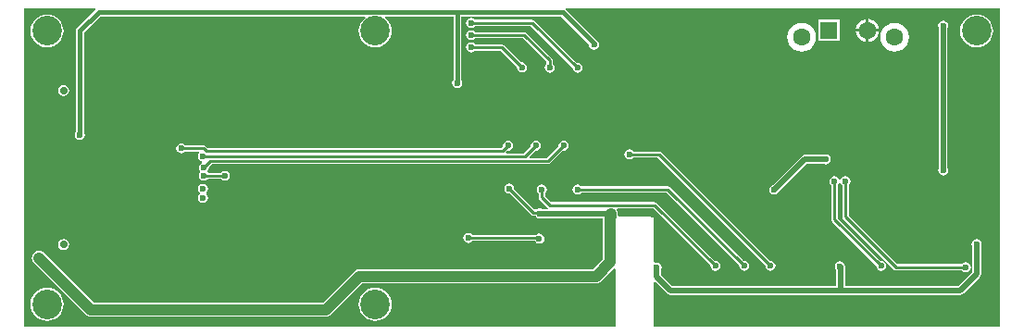
<source format=gbl>
G04*
G04 #@! TF.GenerationSoftware,Altium Limited,Altium Designer,19.0.10 (269)*
G04*
G04 Layer_Physical_Order=2*
G04 Layer_Color=16711680*
%FSLAX25Y25*%
%MOIN*%
G70*
G01*
G75*
%ADD12C,0.01968*%
%ADD16C,0.01000*%
%ADD57C,0.03937*%
%ADD58C,0.01575*%
%ADD60C,0.06299*%
%ADD61R,0.06299X0.06299*%
%ADD62C,0.10630*%
%ADD63C,0.02756*%
%ADD64C,0.02362*%
G36*
X352699Y1631D02*
X228346D01*
Y17732D01*
X228808Y17923D01*
X233110Y13622D01*
X233634Y13271D01*
X234252Y13149D01*
X338583D01*
X339201Y13271D01*
X339725Y13622D01*
X345630Y19527D01*
X345981Y20051D01*
X346104Y20669D01*
Y30708D01*
X346166Y30801D01*
X346304Y31496D01*
X346166Y32191D01*
X345772Y32780D01*
X345183Y33174D01*
X344488Y33312D01*
X343793Y33174D01*
X343204Y32780D01*
X342810Y32191D01*
X342672Y31496D01*
X342810Y30801D01*
X342873Y30708D01*
Y21338D01*
X337914Y16379D01*
X297151D01*
Y23279D01*
X297029Y23897D01*
X297017Y23914D01*
X296953Y24235D01*
X296560Y24824D01*
X295971Y25217D01*
X295276Y25356D01*
X294581Y25217D01*
X293991Y24824D01*
X293598Y24235D01*
X293460Y23540D01*
X293598Y22845D01*
X293921Y22361D01*
Y16379D01*
X234921D01*
X230946Y20354D01*
Y22200D01*
X231009Y22294D01*
X231147Y22988D01*
X231009Y23683D01*
X230615Y24273D01*
X230026Y24666D01*
X229331Y24804D01*
X228847Y24708D01*
X228346Y25028D01*
Y40966D01*
X227471Y40958D01*
X227002Y41271D01*
X226378Y41395D01*
X216142Y41395D01*
X215831Y41333D01*
X215784Y41341D01*
X215338Y41706D01*
Y42435D01*
X215250Y43105D01*
X214991Y43730D01*
X214874Y43882D01*
X215121Y44382D01*
X228020D01*
X248588Y23814D01*
X248550Y23622D01*
X248688Y22927D01*
X249082Y22338D01*
X249671Y21944D01*
X250366Y21806D01*
X251061Y21944D01*
X251650Y22338D01*
X252044Y22927D01*
X252182Y23622D01*
X252044Y24317D01*
X251650Y24906D01*
X251061Y25300D01*
X250366Y25438D01*
X250174Y25400D01*
X229278Y46296D01*
X228914Y46539D01*
X228485Y46625D01*
X228485Y46625D01*
X191182D01*
X189081Y48725D01*
Y49821D01*
X189244Y49929D01*
X189637Y50519D01*
X189776Y51214D01*
X189637Y51908D01*
X189244Y52498D01*
X188655Y52891D01*
X187960Y53029D01*
X187265Y52891D01*
X186676Y52498D01*
X186282Y51908D01*
X186144Y51214D01*
X186282Y50519D01*
X186676Y49929D01*
X186838Y49821D01*
Y48261D01*
X186838Y48261D01*
X186924Y47831D01*
X187167Y47468D01*
X189924Y44710D01*
X189924Y44710D01*
X190164Y44550D01*
X190017Y44050D01*
X188280D01*
X187963Y44261D01*
X187268Y44399D01*
X186574Y44261D01*
X186131Y43966D01*
X185277D01*
X177959Y51284D01*
X177997Y51475D01*
X177859Y52170D01*
X177465Y52759D01*
X176876Y53153D01*
X176181Y53291D01*
X175486Y53153D01*
X174897Y52759D01*
X174503Y52170D01*
X174365Y51475D01*
X174503Y50780D01*
X174897Y50191D01*
X175486Y49798D01*
X176181Y49659D01*
X176373Y49698D01*
X184019Y42051D01*
X184019Y42051D01*
X184383Y41808D01*
X184812Y41723D01*
X185702D01*
X185984Y41299D01*
X186574Y40906D01*
X187268Y40767D01*
X187530Y40819D01*
X209982D01*
Y26048D01*
X206407Y22472D01*
X122244D01*
X121573Y22384D01*
X120949Y22125D01*
X120412Y21714D01*
X109163Y10465D01*
X26664D01*
X8722Y28407D01*
X8185Y28818D01*
X7560Y29077D01*
X6890Y29166D01*
X6219Y29077D01*
X5594Y28818D01*
X5058Y28407D01*
X4646Y27870D01*
X4387Y27245D01*
X4299Y26575D01*
X4387Y25904D01*
X4646Y25280D01*
X5058Y24743D01*
X23759Y6042D01*
X24295Y5630D01*
X24920Y5372D01*
X25591Y5283D01*
X110236D01*
X110907Y5372D01*
X111531Y5630D01*
X112068Y6042D01*
X123317Y17291D01*
X207480D01*
X208151Y17379D01*
X208776Y17638D01*
X209312Y18050D01*
X214010Y22748D01*
X214510Y22541D01*
X214510Y1631D01*
X1631D01*
Y116479D01*
X27217D01*
X27369Y115979D01*
X27356Y115970D01*
X20653Y109268D01*
X20347Y108809D01*
X20239Y108268D01*
Y71955D01*
X19976Y71561D01*
X19838Y70866D01*
X19976Y70171D01*
X20369Y69582D01*
X20959Y69188D01*
X21654Y69050D01*
X22348Y69188D01*
X22938Y69582D01*
X23331Y70171D01*
X23470Y70866D01*
X23331Y71561D01*
X23068Y71955D01*
Y107682D01*
X28942Y113556D01*
X124284D01*
X124463Y113056D01*
X123750Y112470D01*
X123011Y111570D01*
X122462Y110542D01*
X122123Y109427D01*
X122009Y108268D01*
X122123Y107108D01*
X122462Y105993D01*
X123011Y104966D01*
X123750Y104065D01*
X124651Y103326D01*
X125678Y102777D01*
X126793Y102438D01*
X127953Y102324D01*
X129112Y102438D01*
X130227Y102777D01*
X131255Y103326D01*
X132156Y104065D01*
X132895Y104966D01*
X133444Y105993D01*
X133782Y107108D01*
X133896Y108268D01*
X133782Y109427D01*
X133444Y110542D01*
X132895Y111570D01*
X132156Y112470D01*
X131443Y113056D01*
X131622Y113556D01*
X156066D01*
Y90656D01*
X155803Y90262D01*
X155664Y89567D01*
X155803Y88872D01*
X156196Y88283D01*
X156785Y87889D01*
X157480Y87751D01*
X158175Y87889D01*
X158764Y88283D01*
X159158Y88872D01*
X159296Y89567D01*
X159158Y90262D01*
X158895Y90656D01*
Y113556D01*
X194852D01*
X204907Y103500D01*
X204877Y103347D01*
X205015Y102652D01*
X205409Y102062D01*
X205998Y101669D01*
X206693Y101531D01*
X207388Y101669D01*
X207977Y102062D01*
X208371Y102652D01*
X208509Y103347D01*
X208371Y104041D01*
X207977Y104631D01*
X207388Y105024D01*
X207383Y105025D01*
X196438Y115970D01*
X196425Y115979D01*
X196577Y116479D01*
X352699D01*
Y1631D01*
D02*
G37*
%LPC*%
G36*
X305618Y112664D02*
Y109044D01*
X309238D01*
X309161Y109627D01*
X308743Y110637D01*
X308078Y111504D01*
X307211Y112169D01*
X306201Y112587D01*
X305618Y112664D01*
D02*
G37*
G36*
X304618D02*
X304035Y112587D01*
X303025Y112169D01*
X302159Y111504D01*
X301493Y110637D01*
X301075Y109627D01*
X300998Y109044D01*
X304618D01*
Y112664D01*
D02*
G37*
G36*
X295088Y112294D02*
X287589D01*
Y104795D01*
X295088D01*
Y112294D01*
D02*
G37*
G36*
X309238Y108044D02*
X305618D01*
Y104425D01*
X306201Y104501D01*
X307211Y104919D01*
X308078Y105585D01*
X308743Y106451D01*
X309161Y107461D01*
X309238Y108044D01*
D02*
G37*
G36*
X304618D02*
X300998D01*
X301075Y107461D01*
X301493Y106451D01*
X302159Y105585D01*
X303025Y104919D01*
X304035Y104501D01*
X304618Y104425D01*
Y108044D01*
D02*
G37*
G36*
X344488Y114211D02*
X343329Y114097D01*
X342214Y113759D01*
X341186Y113210D01*
X340285Y112470D01*
X339546Y111570D01*
X338997Y110542D01*
X338659Y109427D01*
X338545Y108268D01*
X338659Y107108D01*
X338997Y105993D01*
X339546Y104966D01*
X340285Y104065D01*
X341186Y103326D01*
X342214Y102777D01*
X343329Y102438D01*
X344488Y102324D01*
X345648Y102438D01*
X346763Y102777D01*
X347790Y103326D01*
X348691Y104065D01*
X349430Y104966D01*
X349979Y105993D01*
X350318Y107108D01*
X350432Y108268D01*
X350318Y109427D01*
X349979Y110542D01*
X349430Y111570D01*
X348691Y112470D01*
X347790Y113210D01*
X346763Y113759D01*
X345648Y114097D01*
X344488Y114211D01*
D02*
G37*
G36*
X9843Y114211D02*
X8683Y114097D01*
X7568Y113759D01*
X6540Y113210D01*
X5640Y112470D01*
X4901Y111570D01*
X4351Y110542D01*
X4013Y109427D01*
X3899Y108268D01*
X4013Y107108D01*
X4351Y105993D01*
X4901Y104966D01*
X5640Y104065D01*
X6540Y103326D01*
X7568Y102777D01*
X8683Y102438D01*
X9843Y102324D01*
X11002Y102438D01*
X12117Y102777D01*
X13145Y103326D01*
X14045Y104065D01*
X14784Y104966D01*
X15334Y105993D01*
X15672Y107108D01*
X15786Y108268D01*
X15672Y109427D01*
X15334Y110542D01*
X14784Y111570D01*
X14045Y112470D01*
X13145Y113210D01*
X12117Y113759D01*
X11002Y114097D01*
X9843Y114211D01*
D02*
G37*
G36*
X314961Y111236D02*
X313622Y111059D01*
X312375Y110543D01*
X311304Y109721D01*
X310482Y108650D01*
X309965Y107402D01*
X309789Y106064D01*
X309965Y104725D01*
X310482Y103478D01*
X311304Y102407D01*
X312375Y101585D01*
X313622Y101068D01*
X314961Y100892D01*
X316299Y101068D01*
X317547Y101585D01*
X318618Y102407D01*
X319440Y103478D01*
X319956Y104725D01*
X320132Y106064D01*
X319956Y107402D01*
X319440Y108650D01*
X318618Y109721D01*
X317547Y110543D01*
X316299Y111059D01*
X314961Y111236D01*
D02*
G37*
G36*
X281496D02*
X280157Y111059D01*
X278910Y110543D01*
X277839Y109721D01*
X277017Y108650D01*
X276501Y107402D01*
X276324Y106064D01*
X276501Y104725D01*
X277017Y103478D01*
X277839Y102407D01*
X278910Y101585D01*
X280157Y101068D01*
X281496Y100892D01*
X282835Y101068D01*
X284082Y101585D01*
X285153Y102407D01*
X285975Y103478D01*
X286492Y104725D01*
X286668Y106064D01*
X286492Y107402D01*
X285975Y108650D01*
X285153Y109721D01*
X284082Y110543D01*
X282835Y111059D01*
X281496Y111236D01*
D02*
G37*
G36*
X162402Y104178D02*
X161707Y104040D01*
X161117Y103646D01*
X160724Y103057D01*
X160586Y102362D01*
X160724Y101667D01*
X161117Y101078D01*
X161707Y100684D01*
X162402Y100546D01*
X163096Y100684D01*
X163686Y101078D01*
X163794Y101241D01*
X173071D01*
X178942Y95369D01*
X178904Y95178D01*
X179042Y94483D01*
X179436Y93893D01*
X180025Y93500D01*
X180720Y93362D01*
X181415Y93500D01*
X182004Y93893D01*
X182397Y94483D01*
X182536Y95178D01*
X182397Y95873D01*
X182004Y96462D01*
X181415Y96855D01*
X180720Y96994D01*
X180528Y96956D01*
X174328Y103155D01*
X173964Y103398D01*
X173535Y103484D01*
X173535Y103484D01*
X163794D01*
X163686Y103646D01*
X163096Y104040D01*
X162402Y104178D01*
D02*
G37*
G36*
Y113037D02*
X161707Y112898D01*
X161117Y112505D01*
X160724Y111915D01*
X160586Y111221D01*
X160724Y110526D01*
X161117Y109936D01*
X161707Y109543D01*
X162402Y109405D01*
X163096Y109543D01*
X163686Y109936D01*
X163794Y110099D01*
X184016D01*
X198942Y95173D01*
X198904Y94981D01*
X199042Y94286D01*
X199436Y93697D01*
X200025Y93303D01*
X200720Y93165D01*
X201415Y93303D01*
X202004Y93697D01*
X202397Y94286D01*
X202536Y94981D01*
X202397Y95676D01*
X202004Y96265D01*
X201415Y96659D01*
X200720Y96797D01*
X200528Y96759D01*
X185273Y112013D01*
X184909Y112257D01*
X184480Y112342D01*
X184480Y112342D01*
X163794D01*
X163686Y112505D01*
X163096Y112898D01*
X162402Y113037D01*
D02*
G37*
G36*
Y108588D02*
X161707Y108449D01*
X161117Y108056D01*
X160724Y107467D01*
X160586Y106772D01*
X160724Y106077D01*
X161117Y105488D01*
X161707Y105094D01*
X162402Y104956D01*
X163096Y105094D01*
X163686Y105488D01*
X163794Y105650D01*
X181158D01*
X189598Y97209D01*
Y96373D01*
X189436Y96265D01*
X189042Y95676D01*
X188904Y94981D01*
X189042Y94286D01*
X189436Y93697D01*
X190025Y93303D01*
X190720Y93165D01*
X191415Y93303D01*
X192004Y93697D01*
X192397Y94286D01*
X192536Y94981D01*
X192397Y95676D01*
X192004Y96265D01*
X191841Y96373D01*
Y97674D01*
X191841Y97674D01*
X191756Y98103D01*
X191513Y98467D01*
X182415Y107565D01*
X182051Y107808D01*
X181622Y107893D01*
X181622Y107893D01*
X163794D01*
X163686Y108056D01*
X163096Y108449D01*
X162402Y108588D01*
D02*
G37*
G36*
X15748Y88828D02*
X14976Y88674D01*
X14322Y88237D01*
X13885Y87583D01*
X13731Y86811D01*
X13885Y86039D01*
X14322Y85385D01*
X14976Y84948D01*
X15748Y84794D01*
X16520Y84948D01*
X17174Y85385D01*
X17611Y86039D01*
X17765Y86811D01*
X17611Y87583D01*
X17174Y88237D01*
X16520Y88674D01*
X15748Y88828D01*
D02*
G37*
G36*
X195720Y68745D02*
X195025Y68607D01*
X194436Y68213D01*
X194042Y67624D01*
X193904Y66929D01*
X193942Y66737D01*
X189718Y62514D01*
X183544D01*
X183352Y62976D01*
X185528Y65151D01*
X185720Y65113D01*
X186415Y65251D01*
X187004Y65645D01*
X187398Y66234D01*
X187536Y66929D01*
X187398Y67624D01*
X187004Y68213D01*
X186415Y68607D01*
X185720Y68745D01*
X185025Y68607D01*
X184436Y68213D01*
X184042Y67624D01*
X183904Y66929D01*
X183942Y66737D01*
X181318Y64114D01*
X175198D01*
X174990Y64614D01*
X175528Y65151D01*
X175720Y65113D01*
X176415Y65251D01*
X177004Y65645D01*
X177398Y66234D01*
X177536Y66929D01*
X177398Y67624D01*
X177004Y68213D01*
X176415Y68607D01*
X175720Y68745D01*
X175025Y68607D01*
X174436Y68213D01*
X174042Y67624D01*
X173904Y66929D01*
X173942Y66737D01*
X173287Y66082D01*
X67667D01*
X67011Y66738D01*
X66647Y66981D01*
X66218Y67066D01*
X66218Y67066D01*
X59464D01*
X59355Y67229D01*
X58766Y67623D01*
X58071Y67761D01*
X57376Y67623D01*
X56787Y67229D01*
X56393Y66640D01*
X56255Y65945D01*
X56393Y65250D01*
X56787Y64661D01*
X57376Y64267D01*
X58071Y64129D01*
X58766Y64267D01*
X59355Y64661D01*
X59464Y64823D01*
X64580D01*
X64731Y64323D01*
X64661Y64276D01*
X64267Y63687D01*
X64129Y62992D01*
X64267Y62297D01*
X64661Y61708D01*
X65250Y61314D01*
X65521Y61260D01*
X65589Y60917D01*
X65574Y60740D01*
X65030Y60377D01*
X64636Y59787D01*
X64498Y59092D01*
X64636Y58398D01*
X64947Y57932D01*
X64998Y57597D01*
X64947Y57262D01*
X64636Y56797D01*
X64498Y56102D01*
X64636Y55407D01*
X65030Y54818D01*
X65619Y54425D01*
X66314Y54286D01*
X67009Y54425D01*
X67598Y54818D01*
X67707Y54981D01*
X72426D01*
X72535Y54818D01*
X73124Y54425D01*
X73819Y54286D01*
X74514Y54425D01*
X75103Y54818D01*
X75497Y55407D01*
X75635Y56102D01*
X75497Y56797D01*
X75103Y57386D01*
X74514Y57780D01*
X73819Y57918D01*
X73124Y57780D01*
X72535Y57386D01*
X72426Y57224D01*
X67944D01*
X67645Y57699D01*
X67681Y57932D01*
X67992Y58398D01*
X68130Y59092D01*
X68092Y59284D01*
X69078Y60271D01*
X190183D01*
X190183Y60271D01*
X190612Y60356D01*
X190976Y60599D01*
X195528Y65151D01*
X195720Y65113D01*
X196415Y65251D01*
X197004Y65645D01*
X197397Y66234D01*
X197536Y66929D01*
X197397Y67624D01*
X197004Y68213D01*
X196415Y68607D01*
X195720Y68745D01*
D02*
G37*
G36*
X290158Y63871D02*
X289462Y63733D01*
X289369Y63670D01*
X282584D01*
X281966Y63547D01*
X281442Y63197D01*
X271069Y52824D01*
X270959Y52802D01*
X270369Y52408D01*
X269976Y51819D01*
X269838Y51124D01*
X269976Y50429D01*
X270369Y49840D01*
X270959Y49446D01*
X271654Y49308D01*
X272348Y49446D01*
X272938Y49840D01*
X273331Y50429D01*
X273353Y50540D01*
X283254Y60440D01*
X289369D01*
X289462Y60377D01*
X290158Y60239D01*
X290852Y60377D01*
X291442Y60771D01*
X291835Y61360D01*
X291973Y62055D01*
X291835Y62750D01*
X291442Y63339D01*
X290852Y63733D01*
X290158Y63871D01*
D02*
G37*
G36*
X332382Y112052D02*
X331687Y111914D01*
X331098Y111520D01*
X330704Y110931D01*
X330566Y110236D01*
X330704Y109541D01*
X330767Y109448D01*
Y58859D01*
X330704Y58766D01*
X330566Y58071D01*
X330704Y57376D01*
X331098Y56787D01*
X331687Y56393D01*
X332382Y56255D01*
X333077Y56393D01*
X333666Y56787D01*
X334060Y57376D01*
X334198Y58071D01*
X334060Y58766D01*
X333997Y58859D01*
Y109448D01*
X334060Y109541D01*
X334198Y110236D01*
X334060Y110931D01*
X333666Y111520D01*
X333077Y111914D01*
X332382Y112052D01*
D02*
G37*
G36*
X297244Y55950D02*
X296549Y55812D01*
X295960Y55418D01*
X295566Y54829D01*
X295531Y54649D01*
X295021D01*
X294985Y54829D01*
X294591Y55418D01*
X294002Y55812D01*
X293307Y55950D01*
X292612Y55812D01*
X292023Y55418D01*
X291629Y54829D01*
X291491Y54134D01*
X291629Y53439D01*
X292023Y52850D01*
X292185Y52741D01*
Y40354D01*
X292185Y40354D01*
X292271Y39925D01*
X292514Y39561D01*
X308261Y23814D01*
X308223Y23622D01*
X308362Y22927D01*
X308755Y22338D01*
X309344Y21944D01*
X310039Y21806D01*
X310734Y21944D01*
X311323Y22338D01*
X311717Y22927D01*
X311855Y23622D01*
X311717Y24317D01*
X311323Y24906D01*
X310734Y25300D01*
X310039Y25438D01*
X309848Y25400D01*
X294429Y40819D01*
Y52741D01*
X294591Y52850D01*
X294985Y53439D01*
X295021Y53619D01*
X295531D01*
X295566Y53439D01*
X295960Y52850D01*
X296123Y52741D01*
Y41339D01*
X296123Y41339D01*
X296208Y40909D01*
X296451Y40545D01*
X314604Y22392D01*
X314968Y22149D01*
X315397Y22064D01*
X315397Y22064D01*
X339159D01*
X339267Y21901D01*
X339856Y21508D01*
X340551Y21369D01*
X341246Y21508D01*
X341835Y21901D01*
X342229Y22490D01*
X342367Y23185D01*
X342229Y23880D01*
X341835Y24469D01*
X341246Y24863D01*
X340551Y25001D01*
X339856Y24863D01*
X339267Y24469D01*
X339159Y24307D01*
X315862D01*
X298366Y41803D01*
Y52741D01*
X298528Y52850D01*
X298922Y53439D01*
X299060Y54134D01*
X298922Y54829D01*
X298528Y55418D01*
X297939Y55812D01*
X297244Y55950D01*
D02*
G37*
G36*
X65875Y53201D02*
X65180Y53063D01*
X64591Y52669D01*
X64198Y52080D01*
X64059Y51385D01*
X64198Y50690D01*
X64591Y50101D01*
X64692Y50033D01*
Y49630D01*
X64633Y49471D01*
X64267Y48923D01*
X64129Y48228D01*
X64267Y47533D01*
X64661Y46944D01*
X65250Y46551D01*
X65945Y46412D01*
X66640Y46551D01*
X67229Y46944D01*
X67623Y47533D01*
X67761Y48228D01*
X67623Y48923D01*
X67229Y49512D01*
X67128Y49580D01*
Y49983D01*
X67187Y50142D01*
X67553Y50690D01*
X67691Y51385D01*
X67553Y52080D01*
X67159Y52669D01*
X66570Y53063D01*
X65875Y53201D01*
D02*
G37*
G36*
X161417Y35477D02*
X160722Y35339D01*
X160133Y34945D01*
X159740Y34356D01*
X159601Y33661D01*
X159740Y32967D01*
X160133Y32377D01*
X160722Y31984D01*
X161417Y31845D01*
X162112Y31984D01*
X162701Y32377D01*
X162887Y32656D01*
X185406D01*
X185724Y32181D01*
X186313Y31787D01*
X187008Y31649D01*
X187703Y31787D01*
X188292Y32181D01*
X188686Y32770D01*
X188824Y33465D01*
X188686Y34159D01*
X188292Y34749D01*
X187703Y35142D01*
X187008Y35281D01*
X186313Y35142D01*
X185948Y34899D01*
X162733D01*
X162701Y34945D01*
X162112Y35339D01*
X161417Y35477D01*
D02*
G37*
G36*
X15748Y33316D02*
X14976Y33162D01*
X14322Y32725D01*
X13885Y32071D01*
X13731Y31299D01*
X13885Y30527D01*
X14322Y29873D01*
X14976Y29436D01*
X15748Y29283D01*
X16520Y29436D01*
X17174Y29873D01*
X17611Y30527D01*
X17765Y31299D01*
X17611Y32071D01*
X17174Y32725D01*
X16520Y33162D01*
X15748Y33316D01*
D02*
G37*
G36*
X219488Y65615D02*
X218793Y65477D01*
X218204Y65083D01*
X217810Y64494D01*
X217672Y63799D01*
X217810Y63104D01*
X218204Y62515D01*
X218793Y62121D01*
X219488Y61983D01*
X220183Y62121D01*
X220772Y62515D01*
X220881Y62678D01*
X229670D01*
X268533Y23814D01*
X268495Y23622D01*
X268634Y22927D01*
X269027Y22338D01*
X269616Y21944D01*
X270311Y21806D01*
X271006Y21944D01*
X271595Y22338D01*
X271989Y22927D01*
X272127Y23622D01*
X271989Y24317D01*
X271595Y24906D01*
X271006Y25300D01*
X270311Y25438D01*
X270120Y25400D01*
X230927Y64592D01*
X230563Y64835D01*
X230134Y64921D01*
X230134Y64921D01*
X220881D01*
X220772Y65083D01*
X220183Y65477D01*
X219488Y65615D01*
D02*
G37*
G36*
X200720Y52997D02*
X200025Y52859D01*
X199436Y52465D01*
X199042Y51876D01*
X198904Y51181D01*
X199042Y50486D01*
X199436Y49897D01*
X200025Y49503D01*
X200720Y49365D01*
X201415Y49503D01*
X202004Y49897D01*
X202113Y50060D01*
X232803D01*
X259049Y23814D01*
X259011Y23622D01*
X259149Y22927D01*
X259543Y22338D01*
X260132Y21944D01*
X260827Y21806D01*
X261522Y21944D01*
X262111Y22338D01*
X262505Y22927D01*
X262643Y23622D01*
X262505Y24317D01*
X262111Y24906D01*
X261522Y25300D01*
X260827Y25438D01*
X260635Y25400D01*
X234061Y51974D01*
X233697Y52217D01*
X233268Y52303D01*
X233268Y52303D01*
X202113D01*
X202004Y52465D01*
X201415Y52859D01*
X200720Y52997D01*
D02*
G37*
G36*
X127953Y15786D02*
X126793Y15672D01*
X125678Y15334D01*
X124651Y14784D01*
X123750Y14045D01*
X123011Y13145D01*
X122462Y12117D01*
X122123Y11002D01*
X122009Y9843D01*
X122123Y8683D01*
X122462Y7568D01*
X123011Y6540D01*
X123750Y5640D01*
X124651Y4901D01*
X125678Y4351D01*
X126793Y4013D01*
X127953Y3899D01*
X129112Y4013D01*
X130227Y4351D01*
X131255Y4901D01*
X132156Y5640D01*
X132895Y6540D01*
X133444Y7568D01*
X133782Y8683D01*
X133896Y9843D01*
X133782Y11002D01*
X133444Y12117D01*
X132895Y13145D01*
X132156Y14045D01*
X131255Y14784D01*
X130227Y15334D01*
X129112Y15672D01*
X127953Y15786D01*
D02*
G37*
G36*
X9843D02*
X8683Y15672D01*
X7568Y15334D01*
X6540Y14784D01*
X5640Y14045D01*
X4901Y13145D01*
X4351Y12117D01*
X4013Y11002D01*
X3899Y9843D01*
X4013Y8683D01*
X4351Y7568D01*
X4901Y6540D01*
X5640Y5640D01*
X6540Y4901D01*
X7568Y4351D01*
X8683Y4013D01*
X9843Y3899D01*
X11002Y4013D01*
X12117Y4351D01*
X13145Y4901D01*
X14045Y5640D01*
X14784Y6540D01*
X15334Y7568D01*
X15672Y8683D01*
X15786Y9843D01*
X15672Y11002D01*
X15334Y12117D01*
X14784Y13145D01*
X14045Y14045D01*
X13145Y14784D01*
X12117Y15334D01*
X11002Y15672D01*
X9843Y15786D01*
D02*
G37*
%LPD*%
D12*
X282584Y62055D02*
X290158D01*
X271654Y51124D02*
X282584Y62055D01*
X187417Y42435D02*
X212747D01*
X332382Y58071D02*
Y110236D01*
X234252Y14764D02*
X295536D01*
X229331Y19685D02*
X234252Y14764D01*
X229331Y19685D02*
Y22988D01*
X295536Y14764D02*
X338583D01*
X295536D02*
Y23279D01*
X338583Y14764D02*
X344488Y20669D01*
Y31496D01*
X295276Y23540D02*
X295536Y23279D01*
D16*
X176181Y51124D02*
X176532D01*
X184812Y42844D01*
X187268Y42584D02*
X187417Y42435D01*
X186639Y33465D02*
X187008D01*
X161533Y33777D02*
X186327D01*
X187008Y42844D02*
X187268Y42584D01*
X184812Y42844D02*
X187008D01*
X67202Y64961D02*
X173751D01*
X66218Y65945D02*
X67202Y64961D01*
X173751D02*
X175720Y66929D01*
X58071Y65945D02*
X66218D01*
X161417Y33661D02*
X161533Y33777D01*
X186327D02*
X186639Y33465D01*
X228485Y45503D02*
X250366Y23622D01*
X190717Y45503D02*
X228485D01*
X65945Y62992D02*
X181783D01*
X68613Y61392D02*
X190183D01*
X66314Y59092D02*
X68613Y61392D01*
X181783Y62992D02*
X185720Y66929D01*
X190183Y61392D02*
X195720Y66929D01*
X66314Y56102D02*
X73819D01*
X315397Y23185D02*
X340551D01*
X297244Y41339D02*
X315397Y23185D01*
X297244Y41339D02*
Y54134D01*
X293307Y40354D02*
Y54134D01*
X181622Y106772D02*
X190720Y97674D01*
X162402Y106772D02*
X181622D01*
X184480Y111221D02*
X200720Y94981D01*
X230134Y63799D02*
X270311Y23622D01*
X219488Y63799D02*
X230134D01*
X162402Y102362D02*
X173535D01*
X187960Y48261D02*
X190717Y45503D01*
X187960Y48261D02*
Y51214D01*
X162402Y111221D02*
X184480D01*
X190720Y94981D02*
Y97674D01*
X173535Y102362D02*
X180720Y95178D01*
X233268Y51181D02*
X260827Y23622D01*
X200720Y51181D02*
X233268D01*
X293307Y40354D02*
X310039Y23622D01*
D57*
X122244Y19882D02*
X207480D01*
X110236Y7874D02*
X122244Y19882D01*
X207480D02*
X212573Y24975D01*
X25591Y7874D02*
X110236D01*
X6890Y26575D02*
X25591Y7874D01*
X212573Y24975D02*
Y41242D01*
X212747Y41416D01*
Y42435D01*
D58*
X157480Y114970D02*
X195438D01*
X157480Y89567D02*
Y114970D01*
X195438D02*
X206693Y103715D01*
X28356Y114970D02*
X157480D01*
X21654Y108268D02*
X28356Y114970D01*
X21654Y70866D02*
Y108268D01*
D60*
X314961Y106064D02*
D03*
X281496D02*
D03*
X305118Y108544D02*
D03*
D61*
X291339D02*
D03*
D62*
X9843Y9843D02*
D03*
X127953D02*
D03*
Y108268D02*
D03*
X9843D02*
D03*
X344488Y108268D02*
D03*
D63*
X15748Y31299D02*
D03*
Y86811D02*
D03*
D64*
X176181Y51475D02*
D03*
X290158Y62055D02*
D03*
X30709Y15354D02*
D03*
X248031Y32283D02*
D03*
X233268Y37451D02*
D03*
X270669Y28299D02*
D03*
X314961Y33039D02*
D03*
X324680Y40354D02*
D03*
X342618Y50922D02*
D03*
X251969Y27559D02*
D03*
X259842Y29528D02*
D03*
X271654Y51124D02*
D03*
X261811Y39764D02*
D03*
X225394Y54649D02*
D03*
X235236Y44291D02*
D03*
X161811Y37795D02*
D03*
X189370D02*
D03*
X187008Y33465D02*
D03*
X327165Y92913D02*
D03*
X313386Y65354D02*
D03*
X299606Y92913D02*
D03*
X272047D02*
D03*
X244488D02*
D03*
X216929D02*
D03*
X203150Y65354D02*
D03*
Y10236D02*
D03*
X175591D02*
D03*
X148031D02*
D03*
X134252Y37795D02*
D03*
X120473Y10236D02*
D03*
X106693Y92913D02*
D03*
Y37795D02*
D03*
X79134Y92913D02*
D03*
Y37795D02*
D03*
X51575Y92913D02*
D03*
X37795Y65354D02*
D03*
X6890Y26575D02*
D03*
X21654Y35433D02*
D03*
Y41079D02*
D03*
X34449Y76772D02*
D03*
Y82677D02*
D03*
X179528Y41079D02*
D03*
X200720Y66929D02*
D03*
X58071Y65945D02*
D03*
X65945Y62992D02*
D03*
X66314Y59092D02*
D03*
Y56102D02*
D03*
X65875Y51385D02*
D03*
X65945Y48228D02*
D03*
X332382Y110236D02*
D03*
X256053Y108268D02*
D03*
X180720Y104448D02*
D03*
X200720Y94981D02*
D03*
X219488Y63799D02*
D03*
X163386Y79724D02*
D03*
X162402Y102362D02*
D03*
X73819Y56102D02*
D03*
X162402Y111221D02*
D03*
X69595Y68898D02*
D03*
X162402Y106772D02*
D03*
X157480Y89567D02*
D03*
X21654Y70866D02*
D03*
X212747Y42435D02*
D03*
X161417Y33661D02*
D03*
X249016Y108268D02*
D03*
X62295Y68898D02*
D03*
X257835Y54134D02*
D03*
X290394Y23622D02*
D03*
X300197Y23540D02*
D03*
X350394Y23622D02*
D03*
X325570Y32480D02*
D03*
X4921Y90551D02*
D03*
X214567Y76772D02*
D03*
X193280Y51181D02*
D03*
X187960Y51214D02*
D03*
X169783Y51475D02*
D03*
X181468D02*
D03*
X53937Y31890D02*
D03*
Y38189D02*
D03*
X44291Y18701D02*
D03*
X245079Y32677D02*
D03*
X332382Y58071D02*
D03*
X190720Y94981D02*
D03*
X206693Y103347D02*
D03*
X185720Y66929D02*
D03*
X175720D02*
D03*
X187268Y42584D02*
D03*
X344488Y31496D02*
D03*
X295276Y23540D02*
D03*
X229331Y22988D02*
D03*
X297244Y54134D02*
D03*
X293307D02*
D03*
X180720Y95178D02*
D03*
X195720Y66929D02*
D03*
X200720Y51181D02*
D03*
X340551Y23185D02*
D03*
X310039Y23622D02*
D03*
X270311D02*
D03*
X260827D02*
D03*
X250366Y23622D02*
D03*
M02*

</source>
